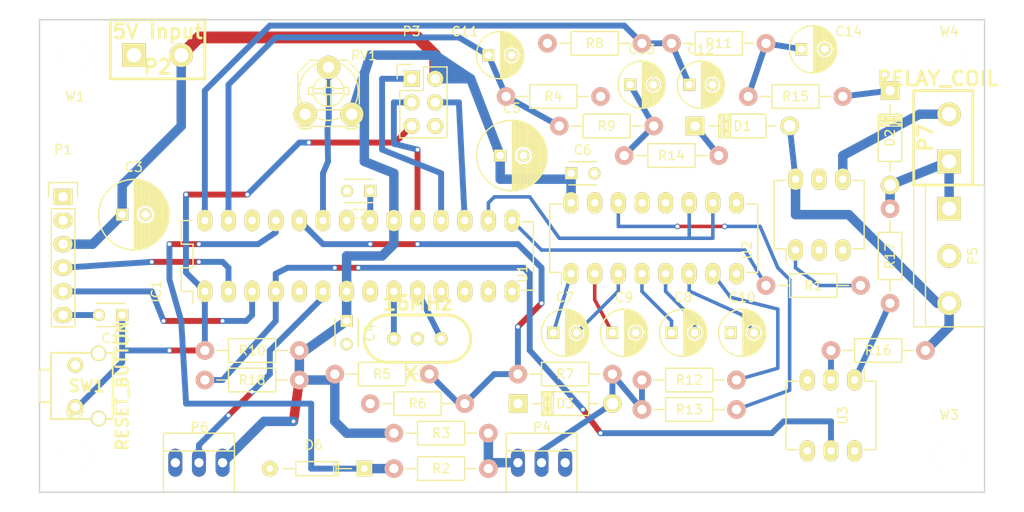
<source format=kicad_pcb>
(kicad_pcb (version 20221018) (generator pcbnew)
  (layers (0 "F.Cu" signal) (31 "B.Cu" signal) (34 "B.Paste" user) (35 "F.Paste" user) (36 "B.SilkS" user "B.Silkscreen") (37 "F.SilkS" user "F.Silkscreen") (38 "B.Mask" user) (39 "F.Mask" user) (44 "Edge.Cuts" user))
  (net 0 "")
  (net 1 "/reset")
  (net 2 "Net-(C1-Pad2)")
  (net 3 "Net-(C2-Pad1)")
  (net 4 "GND")
  (net 5 "Net-(D1-Pad2)")
  (net 6 "/PILOT")
  (net 7 "/PP_READ")
  (net 8 "/RX")
  (net 9 "/TX")
  (net 10 "Net-(IC1-Pad5)")
  (net 11 "Net-(IC1-Pad9)")
  (net 12 "Net-(IC1-Pad10)")
  (net 13 "Net-(IC1-Pad11)")
  (net 14 "Net-(IC1-Pad13)")
  (net 15 "/PWM")
  (net 16 "/mosi")
  (net 17 "/miso")
  (net 18 "/sck")
  (net 19 "/PILOTREAD")
  (net 20 "Net-(IC1-Pad26)")
  (net 21 "Net-(P1-Pad1)")
  (net 22 "/PP")
  (net 23 "Net-(SW1-Pad4)")
  (net 24 "Net-(SW1-Pad5)")
  (net 25 "+5VD")
  (net 26 "Net-(C7-Pad1)")
  (net 27 "Net-(C7-Pad2)")
  (net 28 "Net-(C8-Pad1)")
  (net 29 "Net-(C8-Pad2)")
  (net 30 "Net-(C9-Pad1)")
  (net 31 "/AC_SENSE_1")
  (net 32 "/AC_SENSE_2")
  (net 33 "Net-(C13-Pad1)")
  (net 34 "Net-(C14-Pad1)")
  (net 35 "Net-(D1-Pad1)")
  (net 36 "Net-(C15-Pad1)")
  (net 37 "Net-(D2-Pad1)")
  (net 38 "/AC_ZEROX")
  (net 39 "/LED_DATA")
  (net 40 "Net-(IC1-Pad14)")
  (net 41 "/RELAY_TRIAC")
  (net 42 "/AMP_KNOB")
  (net 43 "Net-(P7-Pad2)")
  (net 44 "Net-(R1-Pad1)")
  (net 45 "Net-(R12-Pad2)")
  (net 46 "Net-(R13-Pad2)")
  (net 47 "Net-(R16-Pad1)")
  (net 48 "Net-(R17-Pad1)")
  (net 49 "Net-(U1-Pad8)")
  (net 50 "Net-(U1-Pad9)")
  (net 51 "Net-(U1-Pad12)")
  (net 52 "Net-(U1-Pad13)")
  (net 53 "Net-(U3-Pad6)")
  (net 54 "Net-(C10-Pad2)")
  (net 55 "Net-(IC1-Pad12)")
  (footprint "Capacitors_ThroughHole:C_Radial_D7.5_L11.2_P2.5" (layer "F.Cu") (at 34.29 46.355)
    (fp_text reference "C3")
    (fp_text value "100uF")
  )
  (footprint "Capacitors_ThroughHole:C_Radial_D7.5_L11.2_P2.5" (layer "F.Cu") (at 74.93 40.005)
    (fp_text reference "C5")
    (fp_text value "100uF")
  )
  (footprint "wishparts:Diode_DO-41_SOD81_Horizontal_RM10_refdes_in_box" (layer "F.Cu") (at 95.885 36.83)
    (fp_text reference "D1")
    (fp_text value "1N4007")
  )
  (footprint "wishparts:Diode_DO-41_SOD81_Horizontal_RM10_refdes_in_box" (layer "F.Cu") (at 116.84 33.02 -90)
    (fp_text reference "D2")
    (fp_text value "1N4007")
  )
  (footprint "wishparts:Diode_DO-41_SOD81_Horizontal_RM10_refdes_in_box" (layer "F.Cu") (at 76.835 66.675)
    (fp_text reference "D3")
    (fp_text value "P6KE16CA")
  )
  (footprint "Diodes_ThroughHole:Diode_DO-35_SOD27_Horizontal_RM10" (layer "F.Cu") (at 60.325 73.66 180)
    (fp_text reference "D6")
    (fp_text value "1N4148")
  )
  (footprint "Housings_DIP:DIP-28_W7.62mm_LongPads" (layer "F.Cu") (at 59.69 50.8 90)
    (fp_text reference "IC1")
    (fp_text value "ATMEGA328P-P")
  )
  (footprint "Pin_Headers:Pin_Header_Straight_1x06" (layer "F.Cu") (at 27.94 44.45)
    (fp_text reference "P1")
    (fp_text value "SERIAL")
  )
  (footprint "battery-dlg:CCFLHV" (layer "F.Cu") (at 38.1 29.21)
    (fp_text reference "P2")
    (fp_text value "5V input")
  )
  (footprint "Pin_Headers:Pin_Header_Straight_2x03" (layer "F.Cu") (at 65.405 31.75)
    (fp_text reference "P3")
    (fp_text value "ICSP")
  )
  (footprint "Connect:PINHEAD1-3" (layer "F.Cu") (at 79.375 73.025)
    (fp_text reference "P4")
    (fp_text value "Pilot")
  )
  (footprint "wishparts:Resistor_Horizontal_RM10mm_refdes_in_box" (layer "F.Cu") (at 113.665 53.975 180)
    (fp_text reference "R1")
    (fp_text value "220")
  )
  (footprint "wishparts:Resistor_Horizontal_RM10mm_refdes_in_box" (layer "F.Cu") (at 63.5 73.66)
    (fp_text reference "R2")
    (fp_text value "10K")
  )
  (footprint "wishparts:Resistor_Horizontal_RM10mm_refdes_in_box" (layer "F.Cu") (at 73.66 69.85 180)
    (fp_text reference "R3")
    (fp_text value "1K")
  )
  (footprint "wishparts:Resistor_Horizontal_RM10mm_refdes_in_box" (layer "F.Cu") (at 57.15 63.5)
    (fp_text reference "R5")
    (fp_text value "56K")
  )
  (footprint "wishparts:Resistor_Horizontal_RM10mm_refdes_in_box" (layer "F.Cu") (at 71.12 66.675 180)
    (fp_text reference "R6")
    (fp_text value "100K")
  )
  (footprint "wishparts:Resistor_Horizontal_RM10mm_refdes_in_box" (layer "F.Cu") (at 86.995 63.5 180)
    (fp_text reference "R7")
    (fp_text value "200K")
  )
  (footprint "wishparts:Resistor_Horizontal_RM10mm_refdes_in_box" (layer "F.Cu") (at 53.34 60.96 180)
    (fp_text reference "R10")
    (fp_text value "10K")
  )
  (footprint "battery-dlg:SW-1825027-5" (layer "F.Cu") (at 31.75 64.77 180)
    (fp_text reference "SW1")
    (fp_text value "RESET_BUTTON")
  )
  (footprint "battery-dlg:HC-49V-OR-RESONATOR" (layer "F.Cu") (at 66.04 59.69 180)
    (fp_text reference "X1")
    (fp_text value "16MHz")
  )
  (footprint "Capacitors_ThroughHole:C_Disc_D3_P2.5" (layer "F.Cu") (at 34.29 57.15 180)
    (fp_text reference "C1")
    (fp_text value "104")
  )
  (footprint "Capacitors_ThroughHole:C_Disc_D3_P2.5" (layer "F.Cu") (at 60.96 43.815 180)
    (fp_text reference "C2")
    (fp_text value "104")
  )
  (footprint "Capacitors_ThroughHole:C_Disc_D3_P2.5" (layer "F.Cu") (at 58.42 57.785 -90)
    (fp_text reference "C4")
    (fp_text value "104")
  )
  (footprint "Capacitors_ThroughHole:C_Disc_D3_P2.5" (layer "F.Cu") (at 82.55 41.91)
    (fp_text reference "C6")
    (fp_text value "104")
  )
  (footprint "Capacitors_ThroughHole:C_Radial_D5_L6_P2.5" (layer "F.Cu") (at 80.645 59.055)
    (fp_text reference "C7")
    (fp_text value "1uF")
  )
  (footprint "Capacitors_ThroughHole:C_Radial_D5_L6_P2.5" (layer "F.Cu") (at 93.345 59.055)
    (fp_text reference "C8")
    (fp_text value "1uF")
  )
  (footprint "Capacitors_ThroughHole:C_Radial_D5_L6_P2.5" (layer "F.Cu") (at 86.995 59.055)
    (fp_text reference "C9")
    (fp_text value "1uF")
  )
  (footprint "Capacitors_ThroughHole:C_Radial_D5_L6_P2.5" (layer "F.Cu") (at 99.695 59.055)
    (fp_text reference "C10")
    (fp_text value "1uF")
  )
  (footprint "Capacitors_ThroughHole:C_Radial_D5_L6_P2.5" (layer "F.Cu") (at 73.66 29.21)
    (fp_text reference "C11")
    (fp_text value "10uF")
  )
  (footprint "Capacitors_ThroughHole:C_Radial_D5_L6_P2.5" (layer "F.Cu") (at 95.25 32.385)
    (fp_text reference "C12")
    (fp_text value "10uF")
  )
  (footprint "Capacitors_ThroughHole:C_Radial_D5_L6_P2.5" (layer "F.Cu") (at 88.9 32.385)
    (fp_text reference "C13")
    (fp_text value "10uF")
  )
  (footprint "Capacitors_ThroughHole:C_Radial_D5_L6_P2.5" (layer "F.Cu") (at 107.315 28.575)
    (fp_text reference "C14")
    (fp_text value "10uF")
  )
  (footprint "Connect:bornier3" (layer "F.Cu") (at 123.19 50.8 -90)
    (fp_text reference "P5")
    (fp_text value "AC_GND_AC")
  )
  (footprint "Connect:PINHEAD1-3" (layer "F.Cu") (at 42.545 73.025)
    (fp_text reference "P6")
    (fp_text value "LED_STRIP")
  )
  (footprint "battery-dlg:CCFLHV" (layer "F.Cu") (at 123.19 38.1 90)
    (fp_text reference "P7")
    (fp_text value "RELAY_COIL")
  )
  (footprint "wishparts:Resistor_Horizontal_RM10mm_refdes_in_box" (layer "F.Cu") (at 75.565 33.655)
    (fp_text reference "R4")
    (fp_text value "2550")
  )
  (footprint "wishparts:Resistor_Horizontal_RM10mm_refdes_in_box" (layer "F.Cu") (at 90.17 27.94 180)
    (fp_text reference "R8")
    (fp_text value "2550")
  )
  (footprint "wishparts:Resistor_Horizontal_RM10mm_refdes_in_box" (layer "F.Cu") (at 91.44 36.83 180)
    (fp_text reference "R9")
    (fp_text value "2550")
  )
  (footprint "wishparts:Resistor_Horizontal_RM10mm_refdes_in_box" (layer "F.Cu") (at 103.505 27.94 180)
    (fp_text reference "R11")
    (fp_text value "2550")
  )
  (footprint "wishparts:Resistor_Horizontal_RM10mm_refdes_in_box" (layer "F.Cu") (at 90.17 64.135)
    (fp_text reference "R12")
    (fp_text value "1200")
  )
  (footprint "wishparts:Resistor_Horizontal_RM10mm_refdes_in_box" (layer "F.Cu") (at 90.17 67.31)
    (fp_text reference "R13")
    (fp_text value "1200")
  )
  (footprint "wishparts:Resistor_Horizontal_RM10mm_refdes_in_box" (layer "F.Cu") (at 88.265 40.005)
    (fp_text reference "R14")
    (fp_text value "50K")
  )
  (footprint "wishparts:Resistor_Horizontal_RM10mm_refdes_in_box" (layer "F.Cu") (at 101.6 33.655)
    (fp_text reference "R15")
    (fp_text value "50K")
  )
  (footprint "wishparts:Resistor_Horizontal_RM10mm_refdes_in_box" (layer "F.Cu") (at 110.49 60.96)
    (fp_text reference "R16")
    (fp_text value "15K")
  )
  (footprint "wishparts:Resistor_Horizontal_RM10mm_refdes_in_box" (layer "F.Cu") (at 116.84 55.88 90)
    (fp_text reference "R17")
    (fp_text value "15K")
  )
  (footprint "wishparts:Resistor_Horizontal_RM10mm_refdes_in_box" (layer "F.Cu") (at 53.34 64.135 180)
    (fp_text reference "R18")
    (fp_text value "10K")
  )
  (footprint "Potentiometers:Potentiometer_Triwood_RM-065" (layer "F.Cu") (at 53.975 35.56)
    (fp_text reference "RV1")
    (fp_text value "POT")
  )
  (footprint "Housings_DIP:DIP-16_W7.62mm_LongPads" (layer "F.Cu") (at 82.55 52.705 90)
    (fp_text reference "U1")
    (fp_text value "MAX232")
  )
  (footprint "Housings_DIP:DIP-6_W7.62mm_LongPads" (layer "F.Cu") (at 106.68 50.165 90)
    (fp_text reference "U2")
    (fp_text value "MOC3021M")
  )
  (footprint "Housings_DIP:DIP-6_W7.62mm_LongPads" (layer "F.Cu") (at 113.03 64.135 -90)
    (fp_text reference "U3")
    (fp_text value "H11AA")
  )
  (footprint "Mounting_Holes:MountingHole_3.5mm" (layer "F.Cu") (at 123.19 29.21)
    (fp_text reference "W4")
    (fp_text value "MountingHole_3.5mm")
  )
  (footprint "Mounting_Holes:MountingHole_3.5mm" (layer "F.Cu") (at 123.19 72.39)
    (fp_text reference "W3")
    (fp_text value "MountingHole_3.5mm")
  )
  (footprint "Mounting_Holes:MountingHole_3.5mm" (layer "F.Cu") (at 29.21 29.21)
    (fp_text reference "W1")
    (fp_text value "MountingHole_3.5mm")
  )
  (footprint "Mounting_Holes:MountingHole_3.5mm" (layer "F.Cu") (at 29.21 72.39)
    (fp_text reference "W2")
    (fp_text value "MountingHole_3.5mm")
  )
  (gr_line (start 25.4 76.2) (end 25.4 25.4) (stroke (width 0.15)) (layer "Edge.Cuts"))
  (gr_line (start 127 76.2) (end 25.4 76.2) (stroke (width 0.15)) (layer "Edge.Cuts"))
  (gr_line (start 127 25.4) (end 127 76.2) (stroke (width 0.15)) (layer "Edge.Cuts"))
  (gr_line (start 25.4 25.4) (end 127 25.4) (stroke (width 0.15)) (layer "Edge.Cuts"))
  (segment (start 63.627 38.608) (end 54.356 38.608) (width 0.635) (layer "F.Cu") (net 1))
  (segment (start 47.752 44.196) (end 41.148 44.196) (width 0.635) (layer "F.Cu") (net 1))
  (segment (start 39.37 60.96) (end 43.18 60.96) (width 0.635) (layer "F.Cu") (net 1))
  (segment (start 65.405 36.83) (end 63.627 38.608) (width 0.635) (layer "F.Cu") (net 1))
  (via (at 41.148 44.196) (size 0.6) (drill 0.4) (layers "F.Cu" "B.Cu") (net 1))
  (via (at 39.37 60.96) (size 0.6) (drill 0.4) (layers "F.Cu" "B.Cu") (net 1))
  (via (at 47.752 44.196) (size 0.6) (drill 0.4) (layers "F.Cu" "B.Cu") (net 1))
  (via (at 54.356 38.608) (size 0.6) (drill 0.4) (layers "F.Cu" "B.Cu") (net 1))
  (segment (start 54.356 38.608) (end 53.34 38.608) (width 0.635) (layer "B.Cu") (net 1))
  (segment (start 53.34 38.608) (end 47.752 44.196) (width 0.635) (layer "B.Cu") (net 1))
  (segment (start 41.148 44.196) (end 41.148 52.578) (width 0.635) (layer "B.Cu") (net 1))
  (segment (start 41.148 52.578) (end 41.275 52.705) (width 0.635) (layer "B.Cu") (net 1))
  (segment (start 41.275 52.705) (end 43.18 54.61) (width 0.635) (layer "B.Cu") (net 1))
  (segment (start 29.4894 67.0306) (end 34.29 62.23) (width 0.635) (layer "B.Cu") (net 1))
  (segment (start 34.29 62.23) (end 34.29 60.96) (width 0.635) (layer "B.Cu") (net 1))
  (segment (start 34.29 60.96) (end 34.29 57.15) (width 0.635) (layer "B.Cu") (net 1))
  (segment (start 43.18 54.61) (end 43.18 60.96) (width 0.635) (layer "B.Cu") (net 1))
  (segment (start 34.29 60.96) (end 39.37 60.96) (width 0.635) (layer "B.Cu") (net 1))
  (segment (start 29.2608 67.0306) (end 29.4894 67.0306) (width 0.635) (layer "B.Cu") (net 1))
  (segment (start 30.52 57.15) (end 31.79 57.15) (width 0.635) (layer "B.Cu") (net 2))
  (segment (start 27.94 57.15) (end 30.52 57.15) (width 0.635) (layer "B.Cu") (net 2))
  (segment (start 60.96 43.815) (end 60.96 46.99) (width 0.635) (layer "B.Cu") (net 3))
  (segment (start 106.68 46.355) (end 112.395 46.355) (width 1.016) (layer "B.Cu") (net 5))
  (segment (start 112.395 46.355) (end 121.92 55.88) (width 1.016) (layer "B.Cu") (net 5))
  (segment (start 121.92 55.88) (end 123.19 55.88) (width 1.016) (layer "B.Cu") (net 5))
  (segment (start 123.19 58.42) (end 120.65 60.96) (width 1.016) (layer "B.Cu") (net 5))
  (segment (start 106.68 42.545) (end 106.68 46.355) (width 1.016) (layer "B.Cu") (net 5))
  (segment (start 106.68 42.545) (end 106.045 36.82746) (width 0.635) (layer "B.Cu") (net 5))
  (segment (start 123.19 55.88) (end 123.19 58.42) (width 1.016) (layer "B.Cu") (net 5))
  (segment (start 79.375 71.755) (end 86.995 66.67246) (width 0.635) (layer "B.Cu") (net 6))
  (segment (start 86.995 63.5) (end 86.995 63.5) (width 0.381) (layer "B.Cu") (net 6))
  (segment (start 86.995 63.5) (end 90.17 67.31) (width 0.635) (layer "B.Cu") (net 6))
  (segment (start 90.17 67.31) (end 90.17 64.135) (width 0.635) (layer "B.Cu") (net 6))
  (segment (start 86.995 66.67246) (end 86.995 63.5) (width 0.635) (layer "B.Cu") (net 6))
  (segment (start 79.375 73.025) (end 79.375 71.755) (width 0.635) (layer "B.Cu") (net 6))
  (segment (start 42.545 49.53) (end 39.37 49.53) (width 0.635) (layer "F.Cu") (net 7))
  (via (at 39.37 49.53) (size 0.6) (drill 0.4) (layers "F.Cu" "B.Cu") (net 7))
  (via (at 42.545 49.53) (size 0.6) (drill 0.4) (layers "F.Cu" "B.Cu") (net 7))
  (segment (start 60.32702 73.66) (end 60.32448 73.66254) (width 1.016) (layer "B.Cu") (net 7))
  (segment (start 50.8 48.26) (end 48.895 49.53) (width 0.635) (layer "B.Cu") (net 7))
  (segment (start 48.895 49.53) (end 42.545 49.53) (width 0.635) (layer "B.Cu") (net 7))
  (segment (start 39.37 49.53) (end 39.37 53.34) (width 0.635) (layer "B.Cu") (net 7))
  (segment (start 39.37 53.34) (end 40.64 57.785) (width 0.635) (layer "B.Cu") (net 7))
  (segment (start 41.162941 66.675) (end 54.61 66.675) (width 0.635) (layer "B.Cu") (net 7))
  (segment (start 54.61 66.675) (end 54.61 73.66) (width 0.635) (layer "B.Cu") (net 7))
  (segment (start 54.61 73.66) (end 60.32448 73.66254) (width 0.635) (layer "B.Cu") (net 7))
  (segment (start 40.64 57.785) (end 41.162941 66.675) (width 0.635) (layer "B.Cu") (net 7))
  (segment (start 63.5 73.66) (end 60.32702 73.66) (width 1.016) (layer "B.Cu") (net 7))
  (segment (start 50.8 46.99) (end 50.8 48.26) (width 0.635) (layer "B.Cu") (net 7))
  (segment (start 42.545 51.435) (end 37.465 51.435) (width 0.635) (layer "F.Cu") (net 8))
  (via (at 42.545 51.435) (size 0.6) (drill 0.4) (layers "F.Cu" "B.Cu") (net 8))
  (via (at 37.465 51.435) (size 0.6) (drill 0.4) (layers "F.Cu" "B.Cu") (net 8))
  (segment (start 45.72 52.07) (end 45.085 51.435) (width 0.635) (layer "B.Cu") (net 8))
  (segment (start 45.085 51.435) (end 42.545 51.435) (width 0.635) (layer "B.Cu") (net 8))
  (segment (start 37.465 51.435) (end 37.465 51.435) (width 0.635) (layer "B.Cu") (net 8))
  (segment (start 37.465 51.435) (end 27.94 52.07) (width 0.635) (layer "B.Cu") (net 8))
  (segment (start 45.72 54.61) (end 45.72 52.07) (width 0.635) (layer "B.Cu") (net 8))
  (segment (start 38.735 57.785) (end 45.085 57.785) (width 0.635) (layer "F.Cu") (net 9))
  (via (at 45.085 57.785) (size 0.6) (drill 0.4) (layers "F.Cu" "B.Cu") (net 9))
  (via (at 38.735 57.785) (size 0.6) (drill 0.4) (layers "F.Cu" "B.Cu") (net 9))
  (segment (start 37.465 54.61) (end 38.735 57.785) (width 0.635) (layer "B.Cu") (net 9))
  (segment (start 38.735 57.785) (end 38.735 57.785) (width 0.635) (layer "B.Cu") (net 9))
  (segment (start 45.085 57.785) (end 47.625 57.785) (width 0.635) (layer "B.Cu") (net 9))
  (segment (start 47.625 57.785) (end 48.26 57.15) (width 0.635) (layer "B.Cu") (net 9))
  (segment (start 48.26 57.15) (end 48.26 54.61) (width 0.635) (layer "B.Cu") (net 9))
  (segment (start 27.94 54.61) (end 37.465 54.61) (width 0.635) (layer "B.Cu") (net 9))
  (segment (start 63.5 54.61) (end 63.5 59.69) (width 0.635) (layer "B.Cu") (net 11))
  (segment (start 68.58 59.69) (end 68.58 59.69) (width 0.25) (layer "B.Cu") (net 12))
  (segment (start 66.04 54.61) (end 68.58 59.69) (width 0.635) (layer "B.Cu") (net 12))
  (segment (start 95.25 48.895) (end 81.28 48.895) (width 0.381) (layer "B.Cu") (net 15))
  (segment (start 81.28 48.895) (end 78.105 44.45) (width 0.381) (layer "B.Cu") (net 15))
  (segment (start 78.105 44.45) (end 74.295 44.45) (width 0.381) (layer "B.Cu") (net 15))
  (segment (start 74.295 44.45) (end 73.66 45.085) (width 0.381) (layer "B.Cu") (net 15))
  (segment (start 73.66 45.085) (end 73.66 46.99) (width 0.381) (layer "B.Cu") (net 15))
  (segment (start 97.79 48.895) (end 95.25 48.895) (width 0.381) (layer "B.Cu") (net 15))
  (segment (start 95.25 45.085) (end 95.25 48.895) (width 0.381) (layer "B.Cu") (net 15))
  (segment (start 97.79 45.085) (end 97.79 48.895) (width 0.381) (layer "B.Cu") (net 15))
  (segment (start 70.485 34.29) (end 70.485 34.29) (width 0.635) (layer "B.Cu") (net 16))
  (segment (start 70.485 34.29) (end 71.12 46.99) (width 0.635) (layer "B.Cu") (net 16))
  (segment (start 67.945 34.29) (end 70.485 34.29) (width 0.635) (layer "B.Cu") (net 16))
  (segment (start 62.23 31.75) (end 62.23 39.37) (width 0.635) (layer "B.Cu") (net 17))
  (segment (start 62.23 39.37) (end 68.58 41.91) (width 0.635) (layer "B.Cu") (net 17))
  (segment (start 68.58 41.91) (end 68.58 46.99) (width 0.635) (layer "B.Cu") (net 17))
  (segment (start 65.405 31.75) (end 62.23 31.75) (width 0.635) (layer "B.Cu") (net 17))
  (segment (start 66.04 39.37) (end 66.04 46.99) (width 0.635) (layer "F.Cu") (net 18))
  (via (at 66.04 39.37) (size 0.6) (drill 0.4) (layers "F.Cu" "B.Cu") (net 18))
  (segment (start 63.5 34.29) (end 63.5 38.735) (width 0.635) (layer "B.Cu") (net 18))
  (segment (start 63.5 38.735) (end 63.5 38.735) (width 0.635) (layer "B.Cu") (net 18))
  (segment (start 63.5 38.735) (end 66.04 39.37) (width 0.635) (layer "B.Cu") (net 18))
  (segment (start 65.405 34.29) (end 63.5 34.29) (width 0.635) (layer "B.Cu") (net 18))
  (segment (start 60.96 49.53) (end 66.04 49.53) (width 0.635) (layer "F.Cu") (net 19))
  (segment (start 79.375 55.88) (end 76.835 58.42) (width 0.635) (layer "F.Cu") (net 19))
  (via (at 79.375 55.88) (size 0.6) (drill 0.4) (layers "F.Cu" "B.Cu") (net 19))
  (via (at 60.96 49.53) (size 0.6) (drill 0.4) (layers "F.Cu" "B.Cu") (net 19))
  (via (at 66.04 49.53) (size 0.6) (drill 0.4) (layers "F.Cu" "B.Cu") (net 19))
  (via (at 76.835 58.42) (size 0.6) (drill 0.4) (layers "F.Cu" "B.Cu") (net 19))
  (segment (start 74.295 63.5) (end 71.12 66.675) (width 0.635) (layer "B.Cu") (net 19))
  (segment (start 71.12 66.675) (end 70.485 66.675) (width 0.635) (layer "B.Cu") (net 19))
  (segment (start 70.485 66.675) (end 67.31 63.5) (width 0.635) (layer "B.Cu") (net 19))
  (segment (start 55.88 49.53) (end 60.96 49.53) (width 0.635) (layer "B.Cu") (net 19))
  (segment (start 66.04 49.53) (end 76.2 49.53) (width 0.635) (layer "B.Cu") (net 19))
  (segment (start 76.835 49.53) (end 79.375 52.07) (width 0.635) (layer "B.Cu") (net 19))
  (segment (start 79.375 52.07) (end 79.375 55.88) (width 0.635) (layer "B.Cu") (net 19))
  (segment (start 76.835 63.5) (end 76.835 58.42) (width 0.635) (layer "B.Cu") (net 19))
  (segment (start 76.835 63.5) (end 74.295 63.5) (width 0.635) (layer "B.Cu") (net 19))
  (segment (start 76.2 49.53) (end 76.835 49.53) (width 0.635) (layer "B.Cu") (net 19))
  (segment (start 55.88 49.53) (end 53.34 46.99) (width 0.635) (layer "B.Cu") (net 19))
  (segment (start 73.66 73.66) (end 74.295 73.025) (width 1.016) (layer "B.Cu") (net 22))
  (segment (start 74.295 73.025) (end 76.835 73.025) (width 1.016) (layer "B.Cu") (net 22))
  (segment (start 73.66 69.85) (end 73.66 73.66) (width 1.016) (layer "B.Cu") (net 22))
  (segment (start 52.705 68.58) (end 53.34 64.135) (width 1.016) (layer "F.Cu") (net 25))
  (segment (start 53.34 64.135) (end 53.34 64.135) (width 1.016) (layer "F.Cu") (net 25))
  (segment (start 67.945 29.21) (end 66.04 27.305) (width 1.27) (layer "F.Cu") (net 25))
  (segment (start 66.04 27.305) (end 42.545 27.305) (width 1.27) (layer "F.Cu") (net 25))
  (segment (start 42.545 27.305) (end 40.64 29.21) (width 1.27) (layer "F.Cu") (net 25))
  (segment (start 67.945 31.75) (end 67.945 29.21) (width 1.27) (layer "F.Cu") (net 25))
  (via (at 52.705 68.58) (size 0.6) (drill 0.4) (layers "F.Cu" "B.Cu") (net 25))
  (segment (start 82.55 42.545) (end 74.93 42.545) (width 1.016) (layer "B.Cu") (net 25))
  (segment (start 74.93 40.005) (end 71.755 31.75) (width 1.016) (layer "B.Cu") (net 25))
  (segment (start 67.945 29.21) (end 60.96 29.21) (width 1.016) (layer "B.Cu") (net 25))
  (segment (start 60.96 29.21) (end 58.97372 35.56) (width 1.016) (layer "B.Cu") (net 25))
  (segment (start 63.5 41.91) (end 60.325 40.64) (width 1.016) (layer "B.Cu") (net 25))
  (segment (start 60.325 40.64) (end 60.325 31.115) (width 1.016) (layer "B.Cu") (net 25))
  (segment (start 60.325 31.115) (end 58.97372 35.56) (width 1.016) (layer "B.Cu") (net 25))
  (segment (start 74.93 42.545) (end 74.93 40.005) (width 1.016) (layer "B.Cu") (net 25))
  (segment (start 63.5 49.53) (end 62.23 50.8) (width 1.016) (layer "B.Cu") (net 25))
  (segment (start 62.23 50.8) (end 58.42 50.8) (width 1.016) (layer "B.Cu") (net 25))
  (segment (start 58.42 50.8) (end 58.42 50.8) (width 1.016) (layer "B.Cu") (net 25))
  (segment (start 58.42 50.8) (end 58.42 54.61) (width 1.016) (layer "B.Cu") (net 25))
  (segment (start 71.755 31.75) (end 67.945 31.75) (width 1.016) (layer "B.Cu") (net 25))
  (segment (start 67.945 29.845) (end 67.945 29.21) (width 1.016) (layer "B.Cu") (net 25))
  (segment (start 58.42 57.785) (end 53.975 60.96) (width 1.016) (layer "B.Cu") (net 25))
  (segment (start 58.42 69.85) (end 57.15 68.58) (width 1.016) (layer "B.Cu") (net 25))
  (segment (start 57.15 68.58) (end 57.15 63.5) (width 1.016) (layer "B.Cu") (net 25))
  (segment (start 56.515 64.135) (end 53.34 64.135) (width 1.016) (layer "B.Cu") (net 25))
  (segment (start 49.53 68.58) (end 52.705 68.58) (width 1.016) (layer "B.Cu") (net 25))
  (segment (start 40.64 36.83) (end 34.29 43.18) (width 1.016) (layer "B.Cu") (net 25))
  (segment (start 34.29 43.18) (end 34.29 46.355) (width 1.016) (layer "B.Cu") (net 25))
  (segment (start 34.29 46.355) (end 31.115 49.53) (width 1.016) (layer "B.Cu") (net 25))
  (segment (start 31.115 49.53) (end 27.94 49.53) (width 1.016) (layer "B.Cu") (net 25))
  (segment (start 63.5 69.85) (end 58.42 69.85) (width 1.016) (layer "B.Cu") (net 25))
  (segment (start 58.42 54.61) (end 58.42 57.785) (width 1.016) (layer "B.Cu") (net 25))
  (segment (start 63.5 46.99) (end 63.5 41.91) (width 1.016) (layer "B.Cu") (net 25))
  (segment (start 63.5 46.99) (end 63.5 49.53) (width 1.016) (layer "B.Cu") (net 25))
  (segment (start 67.945 29.845) (end 69.85 31.75) (width 1.016) (layer "B.Cu") (net 25))
  (segment (start 57.15 63.5) (end 56.515 64.135) (width 1.016) (layer "B.Cu") (net 25))
  (segment (start 45.085 73.025) (end 49.53 68.58) (width 1.016) (layer "B.Cu") (net 25))
  (segment (start 67.945 31.75) (end 67.945 29.845) (width 1.016) (layer "B.Cu") (net 25))
  (segment (start 53.34 60.96) (end 53.34 64.135) (width 1.016) (layer "B.Cu") (net 25))
  (segment (start 40.64 29.21) (end 40.64 36.83) (width 1.016) (layer "B.Cu") (net 25))
  (segment (start 71.755 31.75) (end 67.945 29.21) (width 1.016) (layer "B.Cu") (net 25))
  (segment (start 82.55 45.085) (end 82.55 42.545) (width 1.016) (layer "B.Cu") (net 25))
  (segment (start 82.55 52.705) (end 82.55 52.705) (width 0.381) (layer "B.Cu") (net 26))
  (segment (start 82.55 52.705) (end 80.645 59.055) (width 0.381) (layer "B.Cu") (net 26))
  (segment (start 82.55 52.705) (end 82.55 52.705) (width 0.381) (layer "B.Cu") (net 26))
  (segment (start 87.63 54.57) (end 83.145 59.055) (width 0.381) (layer "B.Cu") (net 27))
  (segment (start 87.63 52.705) (end 87.63 54.57) (width 0.381) (layer "B.Cu") (net 27))
  (segment (start 93.345 57.785) (end 90.17 54.61) (width 0.381) (layer "B.Cu") (net 28))
  (segment (start 90.17 54.61) (end 90.17 52.705) (width 0.381) (layer "B.Cu") (net 28))
  (segment (start 93.345 59.055) (end 93.345 57.785) (width 0.381) (layer "B.Cu") (net 28))
  (segment (start 92.71 54.61) (end 95.845 57.745) (width 0.381) (layer "B.Cu") (net 29))
  (segment (start 95.845 57.745) (end 95.845 59.055) (width 0.381) (layer "B.Cu") (net 29))
  (segment (start 92.71 52.705) (end 92.71 54.61) (width 0.381) (layer "B.Cu") (net 29))
  (segment (start 85.09 55.51) (end 86.995 59.055) (width 0.381) (layer "F.Cu") (net 30))
  (segment (start 85.09 52.705) (end 85.09 55.51) (width 0.381) (layer "F.Cu") (net 30))
  (segment (start 86.995 59.055) (end 86.995 59.055) (width 0.25) (layer "F.Cu") (net 30))
  (segment (start 75.565 33.655) (end 81.28 36.83) (width 0.635) (layer "B.Cu") (net 31))
  (segment (start 81.28 36.83) (end 81.28 36.83) (width 0.635) (layer "B.Cu") (net 31))
  (segment (start 70.485 27.305) (end 69.215 27.305) (width 0.635) (layer "B.Cu") (net 31))
  (segment (start 50.8 27.305) (end 45.72 32.385) (width 0.635) (layer "B.Cu") (net 31))
  (segment (start 45.72 32.385) (end 45.72 46.99) (width 0.635) (layer "B.Cu") (net 31))
  (segment (start 69.215 27.305) (end 50.8 27.305) (width 0.635) (layer "B.Cu") (net 31))
  (segment (start 73.66 29.21) (end 75.565 33.655) (width 0.635) (layer "B.Cu") (net 31))
  (segment (start 73.66 29.21) (end 70.485 27.305) (width 0.635) (layer "B.Cu") (net 31))
  (segment (start 93.345 27.94) (end 93.345 27.94) (width 0.635) (layer "B.Cu") (net 32))
  (segment (start 93.345 27.94) (end 90.17 27.94) (width 0.635) (layer "B.Cu") (net 32))
  (segment (start 90.17 27.94) (end 88.265 26.035) (width 0.635) (layer "B.Cu") (net 32))
  (segment (start 88.265 26.035) (end 50.165 26.035) (width 0.635) (layer "B.Cu") (net 32))
  (segment (start 50.165 26.035) (end 43.18 33.02) (width 0.635) (layer "B.Cu") (net 32))
  (segment (start 43.18 33.02) (end 43.18 46.99) (width 0.635) (layer "B.Cu") (net 32))
  (segment (start 95.25 32.385) (end 93.345 27.94) (width 0.635) (layer "B.Cu") (net 32))
  (segment (start 90.17 27.94) (end 90.17 27.94) (width 0.635) (layer "B.Cu") (net 32))
  (segment (start 88.9 32.385) (end 88.9 32.385) (width 0.635) (layer "B.Cu") (net 33))
  (segment (start 91.44 36.83) (end 91.44 36.83) (width 0.635) (layer "B.Cu") (net 33))
  (segment (start 88.9 32.385) (end 91.44 36.83) (width 0.635) (layer "B.Cu") (net 33))
  (segment (start 88.265 40.005) (end 91.44 36.83) (width 0.635) (layer "B.Cu") (net 33))
  (segment (start 103.505 27.94) (end 103.505 27.94) (width 0.635) (layer "B.Cu") (net 34))
  (segment (start 103.505 27.94) (end 107.315 28.575) (width 0.635) (layer "B.Cu") (net 34))
  (segment (start 101.6 33.655) (end 103.505 27.94) (width 0.635) (layer "B.Cu") (net 34))
  (segment (start 98.42754 40.00246) (end 98.425 40.005) (width 0.635) (layer "B.Cu") (net 35))
  (segment (start 95.885 36.82746) (end 98.42754 40.00246) (width 0.635) (layer "B.Cu") (net 35))
  (segment (start 116.84 43.18254) (end 116.84254 43.18) (width 1.016) (layer "B.Cu") (net 36))
  (segment (start 116.84254 43.18) (end 123.19 40.64) (width 1.016) (layer "B.Cu") (net 36))
  (segment (start 123.19 40.64) (end 123.19 45.72) (width 1.016) (layer "B.Cu") (net 36))
  (segment (start 116.84 45.72) (end 116.84 43.18254) (width 1.016) (layer "B.Cu") (net 36))
  (segment (start 116.84 33.02) (end 111.76 33.655) (width 0.635) (layer "B.Cu") (net 37))
  (segment (start 116.84254 33.02) (end 116.84 33.02) (width 0.635) (layer "B.Cu") (net 37))
  (segment (start 57.15 52.07) (end 59.69 52.07) (width 0.635) (layer "F.Cu") (net 38))
  (segment (start 83.82 67.31) (end 83.82 67.31) (width 0.635) (layer "F.Cu") (net 38))
  (segment (start 83.82 67.31) (end 85.725 69.85) (width 0.635) (layer "F.Cu") (net 38))
  (via (at 59.69 52.07) (size 0.6) (drill 0.4) (layers "F.Cu" "B.Cu") (net 38))
  (via (at 57.15 52.07) (size 0.6) (drill 0.4) (layers "F.Cu" "B.Cu") (net 38))
  (via (at 83.82 67.31) (size 0.6) (drill 0.4) (layers "F.Cu" "B.Cu") (net 38))
  (via (at 85.725 69.85) (size 0.6) (drill 0.4) (layers "F.Cu" "B.Cu") (net 38))
  (segment (start 50.8 56.515) (end 50.8 57.785) (width 0.635) (layer "B.Cu") (net 38))
  (segment (start 50.8 57.785) (end 45.085 64.135) (width 0.635) (layer "B.Cu") (net 38))
  (segment (start 110.49 68.58) (end 105.41 68.58) (width 0.635) (layer "B.Cu") (net 38))
  (segment (start 105.41 68.58) (end 104.14 69.85) (width 0.635) (layer "B.Cu") (net 38))
  (segment (start 104.14 69.85) (end 85.725 69.85) (width 0.635) (layer "B.Cu") (net 38))
  (segment (start 50.8 52.705) (end 52.07 52.07) (width 0.635) (layer "B.Cu") (net 38))
  (segment (start 52.07 52.07) (end 57.15 52.07) (width 0.635) (layer "B.Cu") (net 38))
  (segment (start 59.69 52.07) (end 77.47 52.07) (width 0.635) (layer "B.Cu") (net 38))
  (segment (start 77.47 52.07) (end 78.105 52.705) (width 0.635) (layer "B.Cu") (net 38))
  (segment (start 78.105 52.705) (end 78.105 60.96) (width 0.635) (layer "B.Cu") (net 38))
  (segment (start 78.11935 60.946883) (end 83.82 67.31) (width 0.635) (layer "B.Cu") (net 38))
  (segment (start 45.085 64.135) (end 43.18 64.135) (width 0.635) (layer "B.Cu") (net 38))
  (segment (start 50.8 54.61) (end 50.8 52.705) (width 0.635) (layer "B.Cu") (net 38))
  (segment (start 110.49 68.58) (end 110.49 71.755) (width 0.635) (layer "B.Cu") (net 38))
  (segment (start 50.8 54.61) (end 50.8 56.515) (width 0.635) (layer "B.Cu") (net 38))
  (segment (start 45.72 67.945) (end 48.26 65.405) (width 0.635) (layer "F.Cu") (net 39))
  (via (at 45.72 67.945) (size 0.6) (drill 0.4) (layers "F.Cu" "B.Cu") (net 39))
  (via (at 48.26 65.405) (size 0.6) (drill 0.4) (layers "F.Cu" "B.Cu") (net 39))
  (segment (start 42.545 71.12) (end 45.72 67.945) (width 0.635) (layer "B.Cu") (net 39))
  (segment (start 48.26 65.405) (end 50.165 63.5) (width 0.635) (layer "B.Cu") (net 39))
  (segment (start 50.165 63.5) (end 50.165 60.96) (width 0.635) (layer "B.Cu") (net 39))
  (segment (start 50.165 60.96) (end 55.88 55.245) (width 0.635) (layer "B.Cu") (net 39))
  (segment (start 55.88 55.245) (end 55.88 54.61) (width 0.635) (layer "B.Cu") (net 39))
  (segment (start 42.545 73.025) (end 42.545 71.12) (width 0.635) (layer "B.Cu") (net 39))
  (segment (start 103.505 53.975) (end 101.219 50.165) (width 0.381) (layer "B.Cu") (net 41))
  (segment (start 101.219 50.165) (end 79.375 50.165) (width 0.381) (layer "B.Cu") (net 41))
  (segment (start 79.375 50.165) (end 76.2 46.99) (width 0.381) (layer "B.Cu") (net 41))
  (segment (start 103.505 53.975) (end 103.505 53.975) (width 0.25) (layer "B.Cu") (net 41))
  (segment (start 56.506252 36.19504) (end 56.36054 37.084495) (width 0.635) (layer "B.Cu") (net 42))
  (segment (start 55.88 41.91) (end 55.88 46.99) (width 0.635) (layer "B.Cu") (net 42))
  (segment (start 56.424656 40.641657) (end 55.88 41.91) (width 0.635) (layer "B.Cu") (net 42))
  (segment (start 56.36054 37.084495) (end 56.424656 40.641657) (width 0.635) (layer "B.Cu") (net 42))
  (segment (start 56.47436 30.52064) (end 56.506252 36.19504) (width 0.635) (layer "B.Cu") (net 42))
  (segment (start 120.015 35.56) (end 111.76 40.005) (width 1.016) (layer "B.Cu") (net 43))
  (segment (start 111.76 40.005) (end 111.76 42.545) (width 1.016) (layer "B.Cu") (net 43))
  (segment (start 123.19 35.56) (end 120.015 35.56) (width 1.016) (layer "B.Cu") (net 43))
  (segment (start 106.68 52.07) (end 109.22 53.975) (width 0.381) (layer "B.Cu") (net 44))
  (segment (start 109.22 53.975) (end 113.665 53.975) (width 0.381) (layer "B.Cu") (net 44))
  (segment (start 106.68 50.165) (end 106.68 52.07) (width 0.381) (layer "B.Cu") (net 44))
  (segment (start 104.775 62.865) (end 104.775 56.515) (width 0.381) (layer "B.Cu") (net 45))
  (segment (start 104.775 56.515) (end 99.695 55.245) (width 0.381) (layer "B.Cu") (net 45))
  (segment (start 99.695 55.245) (end 97.79 52.705) (width 0.381) (layer "B.Cu") (net 45))
  (segment (start 100.33 64.135) (end 104.775 62.865) (width 0.381) (layer "B.Cu") (net 45))
  (segment (start 93.98 47.625) (end 99.06 47.625) (width 0.381) (layer "F.Cu") (net 46))
  (via (at 99.06 47.625) (size 0.6) (drill 0.4) (layers "F.Cu" "B.Cu") (net 46))
  (via (at 93.98 47.625) (size 0.6) (drill 0.4) (layers "F.Cu" "B.Cu") (net 46))
  (segment (start 106.045 53.34) (end 104.775 52.07) (width 0.381) (layer "B.Cu") (net 46))
  (segment (start 87.63 45.085) (end 87.63 47.625) (width 0.381) (layer "B.Cu") (net 46))
  (segment (start 104.775 52.07) (end 102.87 47.625) (width 0.381) (layer "B.Cu") (net 46))
  (segment (start 99.06 47.625) (end 102.87 47.625) (width 0.381) (layer "B.Cu") (net 46))
  (segment (start 100.33 67.31) (end 100.33 67.31) (width 0.381) (layer "B.Cu") (net 46))
  (segment (start 106.045 53.34) (end 106.045 65.231818) (width 0.381) (layer "B.Cu") (net 46))
  (segment (start 87.63 47.625) (end 93.98 47.625) (width 0.381) (layer "B.Cu") (net 46))
  (segment (start 106.045 65.231818) (end 100.33 67.31) (width 0.381) (layer "B.Cu") (net 46))
  (segment (start 110.49 64.135) (end 110.49 60.96) (width 0.635) (layer "B.Cu") (net 47))
  (segment (start 116.84 55.88) (end 116.84 55.88) (width 0.635) (layer "B.Cu") (net 48))
  (segment (start 113.03 64.135) (end 116.84 55.88) (width 0.635) (layer "B.Cu") (net 48))
  (segment (start 95.25 54.57) (end 100.965 57.15) (width 0.381) (layer "B.Cu") (net 54))
  (segment (start 100.965 57.15) (end 102.195 59.055) (width 0.381) (layer "B.Cu") (net 54))
  (segment (start 95.25 52.705) (end 95.25 54.57) (width 0.381) (layer "B.Cu") (net 54))
)
</source>
